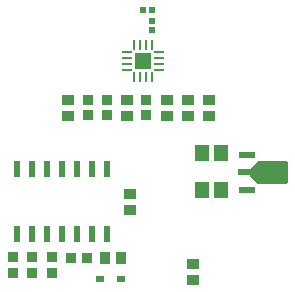
<source format=gtp>
G04*
G04 #@! TF.GenerationSoftware,Altium Limited,Altium Designer,23.10.1 (27)*
G04*
G04 Layer_Color=8421504*
%FSLAX25Y25*%
%MOIN*%
G70*
G04*
G04 #@! TF.SameCoordinates,6BE5E326-444D-4DDB-8984-30915AB2A72B*
G04*
G04*
G04 #@! TF.FilePolarity,Positive*
G04*
G01*
G75*
%ADD18R,0.02362X0.05709*%
%ADD19R,0.03740X0.03347*%
%ADD20R,0.03347X0.03740*%
%ADD21R,0.03543X0.03937*%
%ADD22R,0.03150X0.01968*%
%ADD23R,0.02165X0.02126*%
%ADD24R,0.02126X0.02165*%
%ADD25O,0.00984X0.03740*%
%ADD26O,0.03740X0.00984*%
%ADD27R,0.05709X0.05709*%
%ADD28R,0.03937X0.03543*%
%ADD29R,0.05118X0.05512*%
%ADD30R,0.05512X0.02362*%
%ADD31R,0.03937X0.02362*%
G36*
X100319Y83709D02*
X100319Y77213D01*
X99827Y76720D01*
X90280D01*
X87721Y79280D01*
Y81642D01*
X90280Y84201D01*
X99827D01*
X100319Y83709D01*
D02*
G37*
D18*
X10110Y60035D02*
D03*
X15110D02*
D03*
X20110D02*
D03*
X25110D02*
D03*
X30110D02*
D03*
X35110D02*
D03*
X40110D02*
D03*
X10110Y81492D02*
D03*
X15110D02*
D03*
X20110D02*
D03*
X25110D02*
D03*
X30110D02*
D03*
X35110D02*
D03*
X40110D02*
D03*
D19*
X8504Y47012D02*
D03*
Y52130D02*
D03*
X15004Y52130D02*
D03*
Y47012D02*
D03*
X21504D02*
D03*
Y52130D02*
D03*
X33500Y99441D02*
D03*
Y104559D02*
D03*
X40000Y99441D02*
D03*
Y104559D02*
D03*
X52984Y99441D02*
D03*
Y104559D02*
D03*
D20*
X28110Y51764D02*
D03*
X33228D02*
D03*
D21*
X39453D02*
D03*
X44768D02*
D03*
D22*
X44654Y44764D02*
D03*
X37567D02*
D03*
D23*
X52000Y134700D02*
D03*
X55071D02*
D03*
D24*
X54961Y130996D02*
D03*
Y127925D02*
D03*
D25*
X54953Y122913D02*
D03*
X52984D02*
D03*
X51016D02*
D03*
X49047D02*
D03*
Y112087D02*
D03*
X51016D02*
D03*
X52984D02*
D03*
X54953D02*
D03*
D26*
X46587Y120453D02*
D03*
Y118484D02*
D03*
Y116516D02*
D03*
Y114547D02*
D03*
X57413D02*
D03*
Y116516D02*
D03*
Y118484D02*
D03*
Y120453D02*
D03*
D27*
X52000Y117500D02*
D03*
D28*
X27000Y104657D02*
D03*
Y99343D02*
D03*
X46587Y104657D02*
D03*
Y99343D02*
D03*
X60000Y104657D02*
D03*
Y99343D02*
D03*
X67000Y104657D02*
D03*
Y99343D02*
D03*
X74000Y104657D02*
D03*
Y99343D02*
D03*
X68561Y44673D02*
D03*
Y49988D02*
D03*
X47504Y67913D02*
D03*
Y73228D02*
D03*
D29*
X71565Y86961D02*
D03*
X77864D02*
D03*
X71565Y74555D02*
D03*
X77864D02*
D03*
D30*
X86539D02*
D03*
Y86366D02*
D03*
D31*
X85752Y80461D02*
D03*
M02*

</source>
